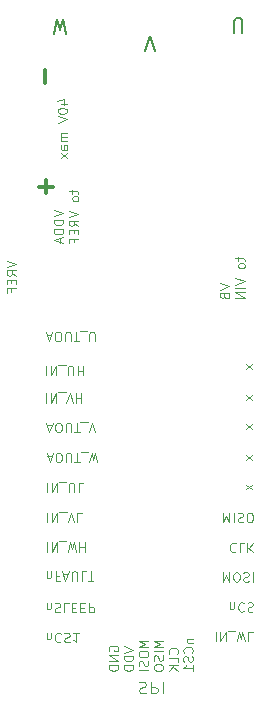
<source format=gbo>
G04 #@! TF.GenerationSoftware,KiCad,Pcbnew,(5.1.6-0-10_14)*
G04 #@! TF.CreationDate,2021-04-01T01:52:38+02:00*
G04 #@! TF.ProjectId,ESCv1.1,45534376-312e-4312-9e6b-696361645f70,rev?*
G04 #@! TF.SameCoordinates,Original*
G04 #@! TF.FileFunction,Legend,Bot*
G04 #@! TF.FilePolarity,Positive*
%FSLAX46Y46*%
G04 Gerber Fmt 4.6, Leading zero omitted, Abs format (unit mm)*
G04 Created by KiCad (PCBNEW (5.1.6-0-10_14)) date 2021-04-01 01:52:38*
%MOMM*%
%LPD*%
G01*
G04 APERTURE LIST*
%ADD10C,0.200000*%
%ADD11C,0.100000*%
%ADD12C,0.125000*%
%ADD13C,0.300000*%
G04 APERTURE END LIST*
D10*
X42529685Y-29497223D02*
X42827304Y-28247223D01*
X43065400Y-29140080D01*
X43303495Y-28247223D01*
X43601114Y-29497223D01*
X50248733Y-30937223D02*
X50665400Y-29687223D01*
X51082066Y-30937223D01*
X57778257Y-29427223D02*
X57778257Y-28415319D01*
X57837780Y-28296271D01*
X57897304Y-28236747D01*
X58016352Y-28177223D01*
X58254447Y-28177223D01*
X58373495Y-28236747D01*
X58433019Y-28296271D01*
X58492542Y-28415319D01*
X58492542Y-29427223D01*
D11*
X51779304Y-80874747D02*
X50979304Y-80874747D01*
X51550733Y-81141413D01*
X50979304Y-81408080D01*
X51779304Y-81408080D01*
X51779304Y-81789032D02*
X50979304Y-81789032D01*
X51741209Y-82131889D02*
X51779304Y-82246175D01*
X51779304Y-82436651D01*
X51741209Y-82512842D01*
X51703114Y-82550937D01*
X51626923Y-82589032D01*
X51550733Y-82589032D01*
X51474542Y-82550937D01*
X51436447Y-82512842D01*
X51398352Y-82436651D01*
X51360257Y-82284270D01*
X51322161Y-82208080D01*
X51284066Y-82169985D01*
X51207876Y-82131889D01*
X51131685Y-82131889D01*
X51055495Y-82169985D01*
X51017400Y-82208080D01*
X50979304Y-82284270D01*
X50979304Y-82474747D01*
X51017400Y-82589032D01*
X50979304Y-83084270D02*
X50979304Y-83236651D01*
X51017400Y-83312842D01*
X51093590Y-83389032D01*
X51245971Y-83427128D01*
X51512638Y-83427128D01*
X51665019Y-83389032D01*
X51741209Y-83312842D01*
X51779304Y-83236651D01*
X51779304Y-83084270D01*
X51741209Y-83008080D01*
X51665019Y-82931889D01*
X51512638Y-82893794D01*
X51245971Y-82893794D01*
X51093590Y-82931889D01*
X51017400Y-83008080D01*
X50979304Y-83084270D01*
X50515304Y-80874747D02*
X49715304Y-80874747D01*
X50286733Y-81141413D01*
X49715304Y-81408080D01*
X50515304Y-81408080D01*
X49715304Y-81941413D02*
X49715304Y-82093794D01*
X49753400Y-82169985D01*
X49829590Y-82246175D01*
X49981971Y-82284270D01*
X50248638Y-82284270D01*
X50401019Y-82246175D01*
X50477209Y-82169985D01*
X50515304Y-82093794D01*
X50515304Y-81941413D01*
X50477209Y-81865223D01*
X50401019Y-81789032D01*
X50248638Y-81750937D01*
X49981971Y-81750937D01*
X49829590Y-81789032D01*
X49753400Y-81865223D01*
X49715304Y-81941413D01*
X50477209Y-82589032D02*
X50515304Y-82703318D01*
X50515304Y-82893794D01*
X50477209Y-82969985D01*
X50439114Y-83008080D01*
X50362923Y-83046175D01*
X50286733Y-83046175D01*
X50210542Y-83008080D01*
X50172447Y-82969985D01*
X50134352Y-82893794D01*
X50096257Y-82741413D01*
X50058161Y-82665223D01*
X50020066Y-82627128D01*
X49943876Y-82589032D01*
X49867685Y-82589032D01*
X49791495Y-82627128D01*
X49753400Y-82665223D01*
X49715304Y-82741413D01*
X49715304Y-82931889D01*
X49753400Y-83046175D01*
X50515304Y-83389032D02*
X49715304Y-83389032D01*
X52967114Y-81979509D02*
X53005209Y-81941413D01*
X53043304Y-81827128D01*
X53043304Y-81750937D01*
X53005209Y-81636651D01*
X52929019Y-81560461D01*
X52852828Y-81522366D01*
X52700447Y-81484270D01*
X52586161Y-81484270D01*
X52433780Y-81522366D01*
X52357590Y-81560461D01*
X52281400Y-81636651D01*
X52243304Y-81750937D01*
X52243304Y-81827128D01*
X52281400Y-81941413D01*
X52319495Y-81979509D01*
X53043304Y-82703318D02*
X53043304Y-82322366D01*
X52243304Y-82322366D01*
X53043304Y-82969985D02*
X52243304Y-82969985D01*
X53043304Y-83427128D02*
X52586161Y-83084270D01*
X52243304Y-83427128D02*
X52700447Y-82969985D01*
X48451304Y-81369985D02*
X49251304Y-81636651D01*
X48451304Y-81903318D01*
X49251304Y-82169985D02*
X48451304Y-82169985D01*
X48451304Y-82360461D01*
X48489400Y-82474747D01*
X48565590Y-82550937D01*
X48641780Y-82589032D01*
X48794161Y-82627128D01*
X48908447Y-82627128D01*
X49060828Y-82589032D01*
X49137019Y-82550937D01*
X49213209Y-82474747D01*
X49251304Y-82360461D01*
X49251304Y-82169985D01*
X49251304Y-82969985D02*
X48451304Y-82969985D01*
X48451304Y-83160461D01*
X48489400Y-83274747D01*
X48565590Y-83350937D01*
X48641780Y-83389032D01*
X48794161Y-83427128D01*
X48908447Y-83427128D01*
X49060828Y-83389032D01*
X49137019Y-83350937D01*
X49213209Y-83274747D01*
X49251304Y-83160461D01*
X49251304Y-82969985D01*
X53773971Y-80722366D02*
X54307304Y-80722366D01*
X53850161Y-80722366D02*
X53812066Y-80760461D01*
X53773971Y-80836651D01*
X53773971Y-80950937D01*
X53812066Y-81027128D01*
X53888257Y-81065223D01*
X54307304Y-81065223D01*
X54231114Y-81903318D02*
X54269209Y-81865223D01*
X54307304Y-81750937D01*
X54307304Y-81674747D01*
X54269209Y-81560461D01*
X54193019Y-81484270D01*
X54116828Y-81446175D01*
X53964447Y-81408080D01*
X53850161Y-81408080D01*
X53697780Y-81446175D01*
X53621590Y-81484270D01*
X53545400Y-81560461D01*
X53507304Y-81674747D01*
X53507304Y-81750937D01*
X53545400Y-81865223D01*
X53583495Y-81903318D01*
X54269209Y-82208080D02*
X54307304Y-82322366D01*
X54307304Y-82512842D01*
X54269209Y-82589032D01*
X54231114Y-82627128D01*
X54154923Y-82665223D01*
X54078733Y-82665223D01*
X54002542Y-82627128D01*
X53964447Y-82589032D01*
X53926352Y-82512842D01*
X53888257Y-82360461D01*
X53850161Y-82284270D01*
X53812066Y-82246175D01*
X53735876Y-82208080D01*
X53659685Y-82208080D01*
X53583495Y-82246175D01*
X53545400Y-82284270D01*
X53507304Y-82360461D01*
X53507304Y-82550937D01*
X53545400Y-82665223D01*
X54307304Y-83427128D02*
X54307304Y-82969985D01*
X54307304Y-83198556D02*
X53507304Y-83198556D01*
X53621590Y-83122366D01*
X53697780Y-83046175D01*
X53735876Y-82969985D01*
X47225400Y-81750937D02*
X47187304Y-81674747D01*
X47187304Y-81560461D01*
X47225400Y-81446175D01*
X47301590Y-81369985D01*
X47377780Y-81331889D01*
X47530161Y-81293794D01*
X47644447Y-81293794D01*
X47796828Y-81331889D01*
X47873019Y-81369985D01*
X47949209Y-81446175D01*
X47987304Y-81560461D01*
X47987304Y-81636651D01*
X47949209Y-81750937D01*
X47911114Y-81789032D01*
X47644447Y-81789032D01*
X47644447Y-81636651D01*
X47987304Y-82131889D02*
X47187304Y-82131889D01*
X47987304Y-82589032D01*
X47187304Y-82589032D01*
X47987304Y-82969985D02*
X47187304Y-82969985D01*
X47187304Y-83160461D01*
X47225400Y-83274747D01*
X47301590Y-83350937D01*
X47377780Y-83389032D01*
X47530161Y-83427128D01*
X47644447Y-83427128D01*
X47796828Y-83389032D01*
X47873019Y-83350937D01*
X47949209Y-83274747D01*
X47987304Y-83160461D01*
X47987304Y-82969985D01*
D12*
X49741590Y-84387938D02*
X49884447Y-84340319D01*
X50122542Y-84340319D01*
X50217780Y-84387938D01*
X50265400Y-84435557D01*
X50313019Y-84530795D01*
X50313019Y-84626033D01*
X50265400Y-84721271D01*
X50217780Y-84768890D01*
X50122542Y-84816509D01*
X49932066Y-84864128D01*
X49836828Y-84911747D01*
X49789209Y-84959366D01*
X49741590Y-85054604D01*
X49741590Y-85149842D01*
X49789209Y-85245080D01*
X49836828Y-85292700D01*
X49932066Y-85340319D01*
X50170161Y-85340319D01*
X50313019Y-85292700D01*
X50741590Y-84340319D02*
X50741590Y-85340319D01*
X51122542Y-85340319D01*
X51217780Y-85292700D01*
X51265400Y-85245080D01*
X51313019Y-85149842D01*
X51313019Y-85006985D01*
X51265400Y-84911747D01*
X51217780Y-84864128D01*
X51122542Y-84816509D01*
X50741590Y-84816509D01*
X51741590Y-84340319D02*
X51741590Y-85340319D01*
D11*
X59317304Y-67663176D02*
X58783971Y-68082223D01*
X58783971Y-67663176D02*
X59317304Y-68082223D01*
X59317304Y-65143176D02*
X58783971Y-65562223D01*
X58783971Y-65143176D02*
X59317304Y-65562223D01*
X59317304Y-62563176D02*
X58783971Y-62982223D01*
X58783971Y-62563176D02*
X59317304Y-62982223D01*
X59317304Y-60063176D02*
X58783971Y-60482223D01*
X58783971Y-60063176D02*
X59317304Y-60482223D01*
X59317304Y-57473176D02*
X58783971Y-57892223D01*
X58783971Y-57473176D02*
X59317304Y-57892223D01*
X43123971Y-35413890D02*
X43657304Y-35413890D01*
X42819209Y-35223414D02*
X43390638Y-35032938D01*
X43390638Y-35528176D01*
X42857304Y-35985319D02*
X42857304Y-36061509D01*
X42895400Y-36137700D01*
X42933495Y-36175795D01*
X43009685Y-36213890D01*
X43162066Y-36251985D01*
X43352542Y-36251985D01*
X43504923Y-36213890D01*
X43581114Y-36175795D01*
X43619209Y-36137700D01*
X43657304Y-36061509D01*
X43657304Y-35985319D01*
X43619209Y-35909128D01*
X43581114Y-35871033D01*
X43504923Y-35832938D01*
X43352542Y-35794842D01*
X43162066Y-35794842D01*
X43009685Y-35832938D01*
X42933495Y-35871033D01*
X42895400Y-35909128D01*
X42857304Y-35985319D01*
X42857304Y-36480557D02*
X43657304Y-36747223D01*
X42857304Y-37013890D01*
X43657304Y-37890080D02*
X43123971Y-37890080D01*
X43200161Y-37890080D02*
X43162066Y-37928176D01*
X43123971Y-38004366D01*
X43123971Y-38118652D01*
X43162066Y-38194842D01*
X43238257Y-38232938D01*
X43657304Y-38232938D01*
X43238257Y-38232938D02*
X43162066Y-38271033D01*
X43123971Y-38347223D01*
X43123971Y-38461509D01*
X43162066Y-38537700D01*
X43238257Y-38575795D01*
X43657304Y-38575795D01*
X43657304Y-39299604D02*
X43238257Y-39299604D01*
X43162066Y-39261509D01*
X43123971Y-39185319D01*
X43123971Y-39032938D01*
X43162066Y-38956747D01*
X43619209Y-39299604D02*
X43657304Y-39223414D01*
X43657304Y-39032938D01*
X43619209Y-38956747D01*
X43543019Y-38918652D01*
X43466828Y-38918652D01*
X43390638Y-38956747D01*
X43352542Y-39032938D01*
X43352542Y-39223414D01*
X43314447Y-39299604D01*
X43657304Y-39604366D02*
X43123971Y-40023414D01*
X43123971Y-39604366D02*
X43657304Y-40023414D01*
X41943257Y-80754128D02*
X41943257Y-80220795D01*
X41943257Y-80677938D02*
X41981352Y-80716033D01*
X42057542Y-80754128D01*
X42171828Y-80754128D01*
X42248019Y-80716033D01*
X42286114Y-80639842D01*
X42286114Y-80220795D01*
X43124209Y-80296985D02*
X43086114Y-80258890D01*
X42971828Y-80220795D01*
X42895638Y-80220795D01*
X42781352Y-80258890D01*
X42705161Y-80335080D01*
X42667066Y-80411271D01*
X42628971Y-80563652D01*
X42628971Y-80677938D01*
X42667066Y-80830319D01*
X42705161Y-80906509D01*
X42781352Y-80982700D01*
X42895638Y-81020795D01*
X42971828Y-81020795D01*
X43086114Y-80982700D01*
X43124209Y-80944604D01*
X43428971Y-80258890D02*
X43543257Y-80220795D01*
X43733733Y-80220795D01*
X43809923Y-80258890D01*
X43848019Y-80296985D01*
X43886114Y-80373176D01*
X43886114Y-80449366D01*
X43848019Y-80525557D01*
X43809923Y-80563652D01*
X43733733Y-80601747D01*
X43581352Y-80639842D01*
X43505161Y-80677938D01*
X43467066Y-80716033D01*
X43428971Y-80792223D01*
X43428971Y-80868414D01*
X43467066Y-80944604D01*
X43505161Y-80982700D01*
X43581352Y-81020795D01*
X43771828Y-81020795D01*
X43886114Y-80982700D01*
X44648019Y-80220795D02*
X44190876Y-80220795D01*
X44419447Y-80220795D02*
X44419447Y-81020795D01*
X44343257Y-80906509D01*
X44267066Y-80830319D01*
X44190876Y-80792223D01*
D13*
X41852542Y-43014128D02*
X41852542Y-41871271D01*
X42423971Y-42442700D02*
X41281114Y-42442700D01*
X41782542Y-33674128D02*
X41782542Y-32531271D01*
D11*
X56597304Y-50618176D02*
X57397304Y-50884842D01*
X56597304Y-51151509D01*
X56978257Y-51684842D02*
X57016352Y-51799128D01*
X57054447Y-51837223D01*
X57130638Y-51875319D01*
X57244923Y-51875319D01*
X57321114Y-51837223D01*
X57359209Y-51799128D01*
X57397304Y-51722938D01*
X57397304Y-51418176D01*
X56597304Y-51418176D01*
X56597304Y-51684842D01*
X56635400Y-51761033D01*
X56673495Y-51799128D01*
X56749685Y-51837223D01*
X56825876Y-51837223D01*
X56902066Y-51799128D01*
X56940161Y-51761033D01*
X56978257Y-51684842D01*
X56978257Y-51418176D01*
X58163971Y-48408652D02*
X58163971Y-48713414D01*
X57897304Y-48522938D02*
X58583019Y-48522938D01*
X58659209Y-48561033D01*
X58697304Y-48637223D01*
X58697304Y-48713414D01*
X58697304Y-49094366D02*
X58659209Y-49018176D01*
X58621114Y-48980080D01*
X58544923Y-48941985D01*
X58316352Y-48941985D01*
X58240161Y-48980080D01*
X58202066Y-49018176D01*
X58163971Y-49094366D01*
X58163971Y-49208652D01*
X58202066Y-49284842D01*
X58240161Y-49322938D01*
X58316352Y-49361033D01*
X58544923Y-49361033D01*
X58621114Y-49322938D01*
X58659209Y-49284842D01*
X58697304Y-49208652D01*
X58697304Y-49094366D01*
X57897304Y-50199128D02*
X58697304Y-50465795D01*
X57897304Y-50732461D01*
X58697304Y-50999128D02*
X57897304Y-50999128D01*
X58697304Y-51380080D02*
X57897304Y-51380080D01*
X58697304Y-51837223D01*
X57897304Y-51837223D01*
X41923733Y-54979366D02*
X42304685Y-54979366D01*
X41847542Y-54750795D02*
X42114209Y-55550795D01*
X42380876Y-54750795D01*
X42799923Y-55550795D02*
X42952304Y-55550795D01*
X43028495Y-55512700D01*
X43104685Y-55436509D01*
X43142780Y-55284128D01*
X43142780Y-55017461D01*
X43104685Y-54865080D01*
X43028495Y-54788890D01*
X42952304Y-54750795D01*
X42799923Y-54750795D01*
X42723733Y-54788890D01*
X42647542Y-54865080D01*
X42609447Y-55017461D01*
X42609447Y-55284128D01*
X42647542Y-55436509D01*
X42723733Y-55512700D01*
X42799923Y-55550795D01*
X43485638Y-55550795D02*
X43485638Y-54903176D01*
X43523733Y-54826985D01*
X43561828Y-54788890D01*
X43638019Y-54750795D01*
X43790400Y-54750795D01*
X43866590Y-54788890D01*
X43904685Y-54826985D01*
X43942780Y-54903176D01*
X43942780Y-55550795D01*
X44209447Y-55550795D02*
X44666590Y-55550795D01*
X44438019Y-54750795D02*
X44438019Y-55550795D01*
X44742780Y-54674604D02*
X45352304Y-54674604D01*
X45542780Y-55550795D02*
X45542780Y-54903176D01*
X45580876Y-54826985D01*
X45618971Y-54788890D01*
X45695161Y-54750795D01*
X45847542Y-54750795D01*
X45923733Y-54788890D01*
X45961828Y-54826985D01*
X45999923Y-54903176D01*
X45999923Y-55550795D01*
X41966114Y-62649366D02*
X42347066Y-62649366D01*
X41889923Y-62420795D02*
X42156590Y-63220795D01*
X42423257Y-62420795D01*
X42842304Y-63220795D02*
X42994685Y-63220795D01*
X43070876Y-63182700D01*
X43147066Y-63106509D01*
X43185161Y-62954128D01*
X43185161Y-62687461D01*
X43147066Y-62535080D01*
X43070876Y-62458890D01*
X42994685Y-62420795D01*
X42842304Y-62420795D01*
X42766114Y-62458890D01*
X42689923Y-62535080D01*
X42651828Y-62687461D01*
X42651828Y-62954128D01*
X42689923Y-63106509D01*
X42766114Y-63182700D01*
X42842304Y-63220795D01*
X43528019Y-63220795D02*
X43528019Y-62573176D01*
X43566114Y-62496985D01*
X43604209Y-62458890D01*
X43680400Y-62420795D01*
X43832780Y-62420795D01*
X43908971Y-62458890D01*
X43947066Y-62496985D01*
X43985161Y-62573176D01*
X43985161Y-63220795D01*
X44251828Y-63220795D02*
X44708971Y-63220795D01*
X44480400Y-62420795D02*
X44480400Y-63220795D01*
X44785161Y-62344604D02*
X45394685Y-62344604D01*
X45470876Y-63220795D02*
X45737542Y-62420795D01*
X46004209Y-63220795D01*
X41987542Y-65209366D02*
X42368495Y-65209366D01*
X41911352Y-64980795D02*
X42178019Y-65780795D01*
X42444685Y-64980795D01*
X42863733Y-65780795D02*
X43016114Y-65780795D01*
X43092304Y-65742700D01*
X43168495Y-65666509D01*
X43206590Y-65514128D01*
X43206590Y-65247461D01*
X43168495Y-65095080D01*
X43092304Y-65018890D01*
X43016114Y-64980795D01*
X42863733Y-64980795D01*
X42787542Y-65018890D01*
X42711352Y-65095080D01*
X42673257Y-65247461D01*
X42673257Y-65514128D01*
X42711352Y-65666509D01*
X42787542Y-65742700D01*
X42863733Y-65780795D01*
X43549447Y-65780795D02*
X43549447Y-65133176D01*
X43587542Y-65056985D01*
X43625638Y-65018890D01*
X43701828Y-64980795D01*
X43854209Y-64980795D01*
X43930400Y-65018890D01*
X43968495Y-65056985D01*
X44006590Y-65133176D01*
X44006590Y-65780795D01*
X44273257Y-65780795D02*
X44730400Y-65780795D01*
X44501828Y-64980795D02*
X44501828Y-65780795D01*
X44806590Y-64904604D02*
X45416114Y-64904604D01*
X45530400Y-65780795D02*
X45720876Y-64980795D01*
X45873257Y-65552223D01*
X46025638Y-64980795D01*
X46216114Y-65780795D01*
X38547304Y-48738652D02*
X39347304Y-49005319D01*
X38547304Y-49271985D01*
X39347304Y-49995795D02*
X38966352Y-49729128D01*
X39347304Y-49538652D02*
X38547304Y-49538652D01*
X38547304Y-49843414D01*
X38585400Y-49919604D01*
X38623495Y-49957700D01*
X38699685Y-49995795D01*
X38813971Y-49995795D01*
X38890161Y-49957700D01*
X38928257Y-49919604D01*
X38966352Y-49843414D01*
X38966352Y-49538652D01*
X38928257Y-50338652D02*
X38928257Y-50605319D01*
X39347304Y-50719604D02*
X39347304Y-50338652D01*
X38547304Y-50338652D01*
X38547304Y-50719604D01*
X38928257Y-51329128D02*
X38928257Y-51062461D01*
X39347304Y-51062461D02*
X38547304Y-51062461D01*
X38547304Y-51443414D01*
X57445161Y-78174128D02*
X57445161Y-77640795D01*
X57445161Y-78097938D02*
X57483257Y-78136033D01*
X57559447Y-78174128D01*
X57673733Y-78174128D01*
X57749923Y-78136033D01*
X57788019Y-78059842D01*
X57788019Y-77640795D01*
X58626114Y-77716985D02*
X58588019Y-77678890D01*
X58473733Y-77640795D01*
X58397542Y-77640795D01*
X58283257Y-77678890D01*
X58207066Y-77755080D01*
X58168971Y-77831271D01*
X58130876Y-77983652D01*
X58130876Y-78097938D01*
X58168971Y-78250319D01*
X58207066Y-78326509D01*
X58283257Y-78402700D01*
X58397542Y-78440795D01*
X58473733Y-78440795D01*
X58588019Y-78402700D01*
X58626114Y-78364604D01*
X58930876Y-77678890D02*
X59045161Y-77640795D01*
X59235638Y-77640795D01*
X59311828Y-77678890D01*
X59349923Y-77716985D01*
X59388019Y-77793176D01*
X59388019Y-77869366D01*
X59349923Y-77945557D01*
X59311828Y-77983652D01*
X59235638Y-78021747D01*
X59083257Y-78059842D01*
X59007066Y-78097938D01*
X58968971Y-78136033D01*
X58930876Y-78212223D01*
X58930876Y-78288414D01*
X58968971Y-78364604D01*
X59007066Y-78402700D01*
X59083257Y-78440795D01*
X59273733Y-78440795D01*
X59388019Y-78402700D01*
X57920400Y-72646985D02*
X57882304Y-72608890D01*
X57768019Y-72570795D01*
X57691828Y-72570795D01*
X57577542Y-72608890D01*
X57501352Y-72685080D01*
X57463257Y-72761271D01*
X57425161Y-72913652D01*
X57425161Y-73027938D01*
X57463257Y-73180319D01*
X57501352Y-73256509D01*
X57577542Y-73332700D01*
X57691828Y-73370795D01*
X57768019Y-73370795D01*
X57882304Y-73332700D01*
X57920400Y-73294604D01*
X58644209Y-72570795D02*
X58263257Y-72570795D01*
X58263257Y-73370795D01*
X58910876Y-72570795D02*
X58910876Y-73370795D01*
X59368019Y-72570795D02*
X59025161Y-73027938D01*
X59368019Y-73370795D02*
X58910876Y-72913652D01*
X56855638Y-75080795D02*
X56855638Y-75880795D01*
X57122304Y-75309366D01*
X57388971Y-75880795D01*
X57388971Y-75080795D01*
X57922304Y-75880795D02*
X58074685Y-75880795D01*
X58150876Y-75842700D01*
X58227066Y-75766509D01*
X58265161Y-75614128D01*
X58265161Y-75347461D01*
X58227066Y-75195080D01*
X58150876Y-75118890D01*
X58074685Y-75080795D01*
X57922304Y-75080795D01*
X57846114Y-75118890D01*
X57769923Y-75195080D01*
X57731828Y-75347461D01*
X57731828Y-75614128D01*
X57769923Y-75766509D01*
X57846114Y-75842700D01*
X57922304Y-75880795D01*
X58569923Y-75118890D02*
X58684209Y-75080795D01*
X58874685Y-75080795D01*
X58950876Y-75118890D01*
X58988971Y-75156985D01*
X59027066Y-75233176D01*
X59027066Y-75309366D01*
X58988971Y-75385557D01*
X58950876Y-75423652D01*
X58874685Y-75461747D01*
X58722304Y-75499842D01*
X58646114Y-75537938D01*
X58608019Y-75576033D01*
X58569923Y-75652223D01*
X58569923Y-75728414D01*
X58608019Y-75804604D01*
X58646114Y-75842700D01*
X58722304Y-75880795D01*
X58912780Y-75880795D01*
X59027066Y-75842700D01*
X59369923Y-75080795D02*
X59369923Y-75880795D01*
X42517304Y-44432461D02*
X43317304Y-44699128D01*
X42517304Y-44965795D01*
X43317304Y-45232461D02*
X42517304Y-45232461D01*
X42517304Y-45422938D01*
X42555400Y-45537223D01*
X42631590Y-45613414D01*
X42707780Y-45651509D01*
X42860161Y-45689604D01*
X42974447Y-45689604D01*
X43126828Y-45651509D01*
X43203019Y-45613414D01*
X43279209Y-45537223D01*
X43317304Y-45422938D01*
X43317304Y-45232461D01*
X43317304Y-46032461D02*
X42517304Y-46032461D01*
X42517304Y-46222938D01*
X42555400Y-46337223D01*
X42631590Y-46413414D01*
X42707780Y-46451509D01*
X42860161Y-46489604D01*
X42974447Y-46489604D01*
X43126828Y-46451509D01*
X43203019Y-46413414D01*
X43279209Y-46337223D01*
X43317304Y-46222938D01*
X43317304Y-46032461D01*
X43088733Y-46794366D02*
X43088733Y-47175319D01*
X43317304Y-46718176D02*
X42517304Y-46984842D01*
X43317304Y-47251509D01*
X44083971Y-42718176D02*
X44083971Y-43022938D01*
X43817304Y-42832461D02*
X44503019Y-42832461D01*
X44579209Y-42870557D01*
X44617304Y-42946747D01*
X44617304Y-43022938D01*
X44617304Y-43403890D02*
X44579209Y-43327700D01*
X44541114Y-43289604D01*
X44464923Y-43251509D01*
X44236352Y-43251509D01*
X44160161Y-43289604D01*
X44122066Y-43327700D01*
X44083971Y-43403890D01*
X44083971Y-43518176D01*
X44122066Y-43594366D01*
X44160161Y-43632461D01*
X44236352Y-43670557D01*
X44464923Y-43670557D01*
X44541114Y-43632461D01*
X44579209Y-43594366D01*
X44617304Y-43518176D01*
X44617304Y-43403890D01*
X43817304Y-44508652D02*
X44617304Y-44775319D01*
X43817304Y-45041985D01*
X44617304Y-45765795D02*
X44236352Y-45499128D01*
X44617304Y-45308652D02*
X43817304Y-45308652D01*
X43817304Y-45613414D01*
X43855400Y-45689604D01*
X43893495Y-45727700D01*
X43969685Y-45765795D01*
X44083971Y-45765795D01*
X44160161Y-45727700D01*
X44198257Y-45689604D01*
X44236352Y-45613414D01*
X44236352Y-45308652D01*
X44198257Y-46108652D02*
X44198257Y-46375319D01*
X44617304Y-46489604D02*
X44617304Y-46108652D01*
X43817304Y-46108652D01*
X43817304Y-46489604D01*
X44198257Y-47099128D02*
X44198257Y-46832461D01*
X44617304Y-46832461D02*
X43817304Y-46832461D01*
X43817304Y-47213414D01*
X41950400Y-75544128D02*
X41950400Y-75010795D01*
X41950400Y-75467938D02*
X41988495Y-75506033D01*
X42064685Y-75544128D01*
X42178971Y-75544128D01*
X42255161Y-75506033D01*
X42293257Y-75429842D01*
X42293257Y-75010795D01*
X42940876Y-75429842D02*
X42674209Y-75429842D01*
X42674209Y-75010795D02*
X42674209Y-75810795D01*
X43055161Y-75810795D01*
X43321828Y-75239366D02*
X43702780Y-75239366D01*
X43245638Y-75010795D02*
X43512304Y-75810795D01*
X43778971Y-75010795D01*
X44045638Y-75810795D02*
X44045638Y-75163176D01*
X44083733Y-75086985D01*
X44121828Y-75048890D01*
X44198019Y-75010795D01*
X44350400Y-75010795D01*
X44426590Y-75048890D01*
X44464685Y-75086985D01*
X44502780Y-75163176D01*
X44502780Y-75810795D01*
X45264685Y-75010795D02*
X44883733Y-75010795D01*
X44883733Y-75810795D01*
X45417066Y-75810795D02*
X45874209Y-75810795D01*
X45645638Y-75010795D02*
X45645638Y-75810795D01*
X41929923Y-78224128D02*
X41929923Y-77690795D01*
X41929923Y-78147938D02*
X41968019Y-78186033D01*
X42044209Y-78224128D01*
X42158495Y-78224128D01*
X42234685Y-78186033D01*
X42272780Y-78109842D01*
X42272780Y-77690795D01*
X42615638Y-77728890D02*
X42729923Y-77690795D01*
X42920400Y-77690795D01*
X42996590Y-77728890D01*
X43034685Y-77766985D01*
X43072780Y-77843176D01*
X43072780Y-77919366D01*
X43034685Y-77995557D01*
X42996590Y-78033652D01*
X42920400Y-78071747D01*
X42768019Y-78109842D01*
X42691828Y-78147938D01*
X42653733Y-78186033D01*
X42615638Y-78262223D01*
X42615638Y-78338414D01*
X42653733Y-78414604D01*
X42691828Y-78452700D01*
X42768019Y-78490795D01*
X42958495Y-78490795D01*
X43072780Y-78452700D01*
X43796590Y-77690795D02*
X43415638Y-77690795D01*
X43415638Y-78490795D01*
X44063257Y-78109842D02*
X44329923Y-78109842D01*
X44444209Y-77690795D02*
X44063257Y-77690795D01*
X44063257Y-78490795D01*
X44444209Y-78490795D01*
X44787066Y-78109842D02*
X45053733Y-78109842D01*
X45168019Y-77690795D02*
X44787066Y-77690795D01*
X44787066Y-78490795D01*
X45168019Y-78490795D01*
X45510876Y-77690795D02*
X45510876Y-78490795D01*
X45815638Y-78490795D01*
X45891828Y-78452700D01*
X45929923Y-78414604D01*
X45968019Y-78338414D01*
X45968019Y-78224128D01*
X45929923Y-78147938D01*
X45891828Y-78109842D01*
X45815638Y-78071747D01*
X45510876Y-78071747D01*
X41886114Y-57610795D02*
X41886114Y-58410795D01*
X42267066Y-57610795D02*
X42267066Y-58410795D01*
X42724209Y-57610795D01*
X42724209Y-58410795D01*
X42914685Y-57534604D02*
X43524209Y-57534604D01*
X43714685Y-58410795D02*
X43714685Y-57763176D01*
X43752780Y-57686985D01*
X43790876Y-57648890D01*
X43867066Y-57610795D01*
X44019447Y-57610795D01*
X44095638Y-57648890D01*
X44133733Y-57686985D01*
X44171828Y-57763176D01*
X44171828Y-58410795D01*
X44552780Y-57610795D02*
X44552780Y-58410795D01*
X44552780Y-58029842D02*
X45009923Y-58029842D01*
X45009923Y-57610795D02*
X45009923Y-58410795D01*
X41956590Y-67520795D02*
X41956590Y-68320795D01*
X42337542Y-67520795D02*
X42337542Y-68320795D01*
X42794685Y-67520795D01*
X42794685Y-68320795D01*
X42985161Y-67444604D02*
X43594685Y-67444604D01*
X43785161Y-68320795D02*
X43785161Y-67673176D01*
X43823257Y-67596985D01*
X43861352Y-67558890D01*
X43937542Y-67520795D01*
X44089923Y-67520795D01*
X44166114Y-67558890D01*
X44204209Y-67596985D01*
X44242304Y-67673176D01*
X44242304Y-68320795D01*
X45004209Y-67520795D02*
X44623257Y-67520795D01*
X44623257Y-68320795D01*
X41888495Y-59940795D02*
X41888495Y-60740795D01*
X42269447Y-59940795D02*
X42269447Y-60740795D01*
X42726590Y-59940795D01*
X42726590Y-60740795D01*
X42917066Y-59864604D02*
X43526590Y-59864604D01*
X43602780Y-60740795D02*
X43869447Y-59940795D01*
X44136114Y-60740795D01*
X44402780Y-59940795D02*
X44402780Y-60740795D01*
X44402780Y-60359842D02*
X44859923Y-60359842D01*
X44859923Y-59940795D02*
X44859923Y-60740795D01*
X41978971Y-70030795D02*
X41978971Y-70830795D01*
X42359923Y-70030795D02*
X42359923Y-70830795D01*
X42817066Y-70030795D01*
X42817066Y-70830795D01*
X43007542Y-69954604D02*
X43617066Y-69954604D01*
X43693257Y-70830795D02*
X43959923Y-70030795D01*
X44226590Y-70830795D01*
X44874209Y-70030795D02*
X44493257Y-70030795D01*
X44493257Y-70830795D01*
X41959923Y-72560795D02*
X41959923Y-73360795D01*
X42340876Y-72560795D02*
X42340876Y-73360795D01*
X42798019Y-72560795D01*
X42798019Y-73360795D01*
X42988495Y-72484604D02*
X43598019Y-72484604D01*
X43712304Y-73360795D02*
X43902780Y-72560795D01*
X44055161Y-73132223D01*
X44207542Y-72560795D01*
X44398019Y-73360795D01*
X44702780Y-72560795D02*
X44702780Y-73360795D01*
X44702780Y-72979842D02*
X45159923Y-72979842D01*
X45159923Y-72560795D02*
X45159923Y-73360795D01*
X56250400Y-80140795D02*
X56250400Y-80940795D01*
X56631352Y-80140795D02*
X56631352Y-80940795D01*
X57088495Y-80140795D01*
X57088495Y-80940795D01*
X57278971Y-80064604D02*
X57888495Y-80064604D01*
X58002780Y-80940795D02*
X58193257Y-80140795D01*
X58345638Y-80712223D01*
X58498019Y-80140795D01*
X58688495Y-80940795D01*
X59374209Y-80140795D02*
X58993257Y-80140795D01*
X58993257Y-80940795D01*
X56835638Y-70060795D02*
X56835638Y-70860795D01*
X57102304Y-70289366D01*
X57368971Y-70860795D01*
X57368971Y-70060795D01*
X57749923Y-70060795D02*
X57749923Y-70860795D01*
X58092780Y-70098890D02*
X58207066Y-70060795D01*
X58397542Y-70060795D01*
X58473733Y-70098890D01*
X58511828Y-70136985D01*
X58549923Y-70213176D01*
X58549923Y-70289366D01*
X58511828Y-70365557D01*
X58473733Y-70403652D01*
X58397542Y-70441747D01*
X58245161Y-70479842D01*
X58168971Y-70517938D01*
X58130876Y-70556033D01*
X58092780Y-70632223D01*
X58092780Y-70708414D01*
X58130876Y-70784604D01*
X58168971Y-70822700D01*
X58245161Y-70860795D01*
X58435638Y-70860795D01*
X58549923Y-70822700D01*
X59045161Y-70860795D02*
X59197542Y-70860795D01*
X59273733Y-70822700D01*
X59349923Y-70746509D01*
X59388019Y-70594128D01*
X59388019Y-70327461D01*
X59349923Y-70175080D01*
X59273733Y-70098890D01*
X59197542Y-70060795D01*
X59045161Y-70060795D01*
X58968971Y-70098890D01*
X58892780Y-70175080D01*
X58854685Y-70327461D01*
X58854685Y-70594128D01*
X58892780Y-70746509D01*
X58968971Y-70822700D01*
X59045161Y-70860795D01*
M02*

</source>
